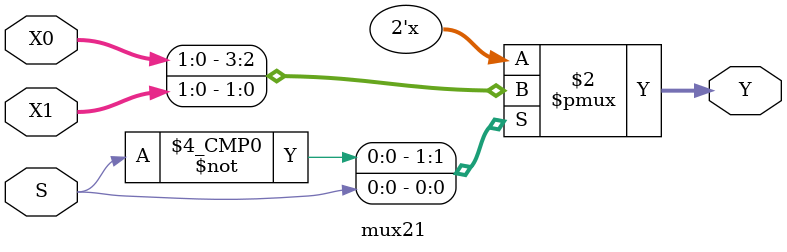
<source format=v>
module mux21(X0, X1, S, Y);
input [1:0] X0, X1;
input S;
output reg [1:0] Y;

always @(S or X0 or X1) begin
	case(S)
		0 : Y = X0;
		1 : Y = X1;
		default : Y = 2'bx;
	endcase
end

endmodule
</source>
